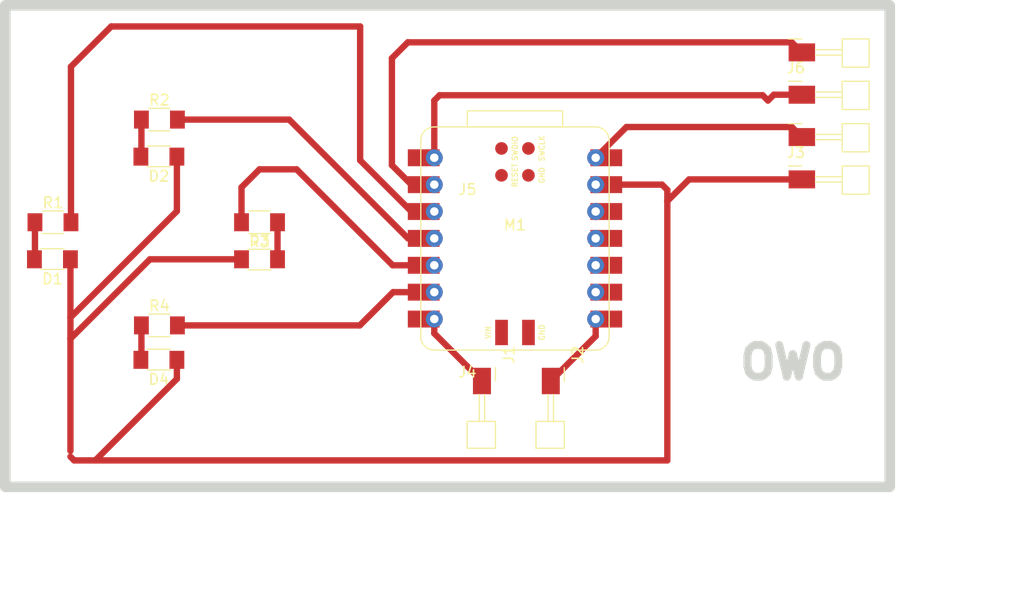
<source format=kicad_pcb>
(kicad_pcb (version 20240108) (generator "pcbnew") (generator_version "8.0")
  (layers (0 "F.Cu" signal) (31 "B.Cu" signal) (34 "B.Paste" user) (35 "F.Paste" user) (36 "B.SilkS" user "B.Silkscreen") (37 "F.SilkS" user "F.Silkscreen") (38 "B.Mask" user) (39 "F.Mask" user) (44 "Edge.Cuts" user))
  (net 0 "")
  (net 1 "Net-(D1-A)")
  (net 2 "Net-(D1-K)")
  (net 9 "Net-(M1-D2)")
  (net 12 "Net-(D2-A)")
  (net 13 "Net-(M1-D3)")
  (net 14 "Net-(D3-A)")
  (net 15 "Net-(M1-D4)")
  (net 16 "Net-(D4-A)")
  (net 17 "Net-(M1-D5)")
  (net 18 "Net-(J1-Pin_1)")
  (net 19 "Net-(J2-Pin_1)")
  (net 22 "Net-(J4-Pin_1)")
  (net 23 "Net-(J5-Pin_1)")
  (net 24 "Net-(J6-Pin_1)")
  (footprint "fab:SeeedStudio_XIAO_RP2040" (layer "F.Cu") (at 156.115 93.025)
    (property "Reference" "M1" (at 0 -1.27 0) (layer "F.SilkS"))
    (property "Value" "Module_XIAO-RP2040")
    (fp_line (start -8.8875 9.281) (end -8.8875 -9.261) (stroke (width 0.12)) (layer "F.SilkS"))
    (fp_line (start -7.6175 -10.531) (end 7.6225 -10.531) (stroke (width 0.12)) (layer "F.SilkS"))
    (fp_line (start 7.6225 10.551) (end -7.6175 10.551) (stroke (width 0.12)) (layer "F.SilkS"))
    (fp_line (start 8.8925 -9.261) (end 8.8925 9.281) (stroke (width 0.12)) (layer "F.SilkS"))
    (fp_rect (start -4.4975 -10.531) (end 4.5025 -12.055) (stroke (width 0.12)) (fill none) (layer "F.SilkS"))
    (fp_arc (start -8.8875 -9.261) (mid -8.515526 -10.159026) (end -7.6175 -10.531) (stroke (width 0.12)) (layer "F.SilkS"))
    (fp_arc (start -7.6175 10.551) (mid -8.515526 10.179026) (end -8.8875 9.281) (stroke (width 0.12)) (layer "F.SilkS"))
    (fp_arc (start 7.6225 -10.531) (mid 8.520526 -10.159026) (end 8.8925 -9.261) (stroke (width 0.12)) (layer "F.SilkS"))
    (fp_arc (start 8.8925 9.281) (mid 8.520526 10.179026) (end 7.6225 10.551) (stroke (width 0.12)) (layer "F.SilkS"))
    (fp_text user "VIN" (at -2.535 8.89 90) (layer "F.SilkS") (effects (font (size 0.5 0.5) (thickness 0.1) (bold yes))))
    (fp_text user "RESET" (at 0 -5.96 90) (layer "F.SilkS") (effects (font (size 0.5 0.5) (thickness 0.1) (bold yes))))
    (fp_text user "GND" (at 2.54 -5.96 90) (layer "F.SilkS") (effects (font (size 0.5 0.5) (thickness 0.1) (bold yes))))
    (fp_text user "SWCLK" (at 2.54 -8.5 90) (layer "F.SilkS") (effects (font (size 0.5 0.5) (thickness 0.1) (bold yes))))
    (fp_text user "GND" (at 2.545 8.89 90) (layer "F.SilkS") (effects (font (size 0.5 0.5) (thickness 0.1) (bold yes))))
    (fp_text user "SWDIO" (at 0 -8.5 90) (layer "F.SilkS") (effects (font (size 0.5 0.5) (thickness 0.1) (bold yes))))
    (pad "1" thru_hole circle (at -7.615 -7.62) (size 1.6 1.6) (drill 0.8) (layers "*.Cu" "*.Mask") (net 24 "Net-(J6-Pin_1)"))
    (pad "1" smd rect (at -7.615 -7.62) (size 3 1.6) (drill (offset -1 0)) (layers "F.Cu" "F.Paste" "F.Mask") (net 24 "Net-(J6-Pin_1)"))
    (pad "2" thru_hole circle (at -7.615 -5.08) (size 1.6 1.6) (drill 0.8) (layers "*.Cu" "*.Mask") (net 23 "Net-(J5-Pin_1)"))
    (pad "2" smd rect (at -7.615 -5.08) (size 3 1.6) (drill (offset -1 0)) (layers "F.Cu" "F.Paste" "F.Mask") (net 23 "Net-(J5-Pin_1)"))
    (pad "3" thru_hole circle (at -7.615 -2.54) (size 1.6 1.6) (drill 0.8) (layers "*.Cu" "*.Mask") (net 9 "Net-(M1-D2)"))
    (pad "3" smd rect (at -7.615 -2.54) (size 3 1.6) (drill (offset -1 0)) (layers "F.Cu" "F.Paste" "F.Mask") (net 9 "Net-(M1-D2)"))
    (pad "4" thru_hole circle (at -7.615 0) (size 1.6 1.6) (drill 0.8) (layers "*.Cu" "*.Mask") (net 13 "Net-(M1-D3)"))
    (pad "4" smd rect (at -7.615 0) (size 3 1.6) (drill (offset -1 0)) (layers "F.Cu" "F.Paste" "F.Mask") (net 13 "Net-(M1-D3)"))
    (pad "5" thru_hole circle (at -7.615 2.54) (size 1.6 1.6) (drill 0.8) (layers "*.Cu" "*.Mask") (net 15 "Net-(M1-D4)"))
    (pad "5" smd rect (at -7.615 2.54) (size 3 1.6) (drill (offset -1 0)) (layers "F.Cu" "F.Paste" "F.Mask") (net 15 "Net-(M1-D4)"))
    (pad "6" thru_hole circle (at -7.615 5.08) (size 1.6 1.6) (drill 0.8) (layers "*.Cu" "*.Mask") (net 17 "Net-(M1-D5)"))
    (pad "6" smd rect (at -7.615 5.08) (size 3 1.6) (drill (offset -1 0)) (layers "F.Cu" "F.Paste" "F.Mask") (net 17 "Net-(M1-D5)"))
    (pad "7" thru_hole circle (at -7.615 7.62) (size 1.6 1.6) (drill 0.8) (layers "*.Cu" "*.Mask") (net 18 "Net-(J1-Pin_1)"))
    (pad "7" smd rect (at -7.615 7.62) (size 3 1.6) (drill (offset -1 0)) (layers "F.Cu" "F.Paste" "F.Mask") (net 18 "Net-(J1-Pin_1)"))
    (pad "8" thru_hole circle (at 7.62 7.62) (size 1.6 1.6) (drill 0.8) (layers "*.Cu" "*.Mask") (net 19 "Net-(J2-Pin_1)"))
    (pad "8" smd rect (at 7.62 7.62) (size 3 1.6) (drill (offset 1 0)) (layers "F.Cu" "F.Paste" "F.Mask") (net 19 "Net-(J2-Pin_1)"))
    (pad "9" thru_hole circle (at 7.62 5.08) (size 1.6 1.6) (drill 0.8) (layers "*.Cu" "*.Mask"))
    (pad "9" smd rect (at 7.62 5.08) (size 3 1.6) (drill (offset 1 0)) (layers "F.Cu" "F.Paste" "F.Mask"))
    (pad "10" thru_hole circle (at 7.62 2.54) (size 1.6 1.6) (drill 0.8) (layers "*.Cu" "*.Mask"))
    (pad "10" smd rect (at 7.62 2.54) (size 3 1.6) (drill (offset 1 0)) (layers "F.Cu" "F.Paste" "F.Mask"))
    (pad "11" thru_hole circle (at 7.62 0) (size 1.6 1.6) (drill 0.8) (layers "*.Cu" "*.Mask"))
    (pad "11" smd rect (at 7.62 0) (size 3 1.6) (drill (offset 1 0)) (layers "F.Cu" "F.Paste" "F.Mask"))
    (pad "12" thru_hole circle (at 7.62 -2.54) (size 1.6 1.6) (drill 0.8) (layers "*.Cu" "*.Mask"))
    (pad "12" smd rect (at 7.62 -2.54) (size 3 1.6) (drill (offset 1 0)) (layers "F.Cu" "F.Paste" "F.Mask"))
    (pad "13" thru_hole circle (at 7.62 -5.08) (size 1.6 1.6) (drill 0.8) (layers "*.Cu" "*.Mask") (net 2 "Net-(D1-K)"))
    (pad "13" smd rect (at 7.62 -5.08) (size 3 1.6) (drill (offset 1 0)) (layers "F.Cu" "F.Paste" "F.Mask") (net 2 "Net-(D1-K)"))
    (pad "14" thru_hole circle (at 7.62 -7.62) (size 1.6 1.6) (drill 0.8) (layers "*.Cu" "*.Mask") (net 22 "Net-(J4-Pin_1)"))
    (pad "14" smd rect (at 7.62 -7.62) (size 3 1.6) (drill (offset 1 0)) (layers "F.Cu" "F.Paste" "F.Mask") (net 22 "Net-(J4-Pin_1)"))
    (pad "15" smd rect (at 1.275 8.89 270) (size 2.4 1.2) (layers "F.Cu" "F.Paste" "F.Mask"))
    (pad "16" smd rect (at -1.265 8.89 270) (size 2.4 1.2) (layers "F.Cu" "F.Paste" "F.Mask"))
    (pad "17" smd circle (at -1.27 -8.5) (size 1.2 1.2) (layers "F.Cu" "F.Paste" "F.Mask"))
    (pad "18" smd circle (at -1.27 -5.96) (size 1.2 1.2) (layers "F.Cu" "F.Paste" "F.Mask"))
    (pad "19" smd circle (at 1.27 -5.96) (size 1.2 1.2) (layers "F.Cu" "F.Paste" "F.Mask"))
    (pad "20" smd circle (at 1.27 -8.5) (size 1.2 1.2) (layers "F.Cu" "F.Paste" "F.Mask"))
  )
  (footprint "fab:PinHeader_1x01_P2.54mm_Horizontal_SMD" (layer "F.Cu") (at 183.2 79.45)
    (property "Reference" "J6" (at -1.524 -2.54 180) (layer "F.SilkS") (effects (justify left)))
    (property "Value" "Conn_PinHeader_1x01_P2.54mm_Horizontal_SMD")
    (fp_line (start -1.27 -1.27) (end 0 -1.27) (stroke (width 0.12)) (layer "F.SilkS"))
    (fp_line (start 3.81 -1.27) (end 6.35 -1.27) (stroke (width 0.12)) (layer "F.SilkS"))
    (fp_line (start 3.81 -0.254) (end 1.27 -0.254) (stroke (width 0.12)) (layer "F.SilkS"))
    (fp_line (start 3.81 0.254) (end 1.27 0.254) (stroke (width 0.12)) (layer "F.SilkS"))
    (fp_line (start 3.81 1.397) (end 3.81 -1.27) (stroke (width 0.12)) (layer "F.SilkS"))
    (fp_line (start 6.35 -1.27) (end 6.35 1.397) (stroke (width 0.12)) (layer "F.SilkS"))
    (fp_line (start 6.35 1.397) (end 3.81 1.397) (stroke (width 0.12)) (layer "F.SilkS"))
    (pad "1" smd rect (at 0 0) (size 2.5 1.7) (layers "F.Cu" "F.Paste" "F.Mask") (net 24 "Net-(J6-Pin_1)"))
  )
  (footprint "fab:LED_1206" (layer "F.Cu") (at 132 95)
    (property "Reference" "D3" (at 0 -1.85 0) (layer "F.SilkS"))
    (property "Value" "LED_1206")
    (fp_line (start -1.1 -0.95) (end 1.1 -0.95) (stroke (width 0.12)) (layer "F.SilkS"))
    (fp_line (start -1.1 1) (end 1.1 1) (stroke (width 0.12)) (layer "F.SilkS"))
    (pad "1" smd rect (at -1.7 0) (size 1.4 1.7) (layers "F.Cu" "F.Paste" "F.Mask") (net 2 "Net-(D1-K)"))
    (pad "2" smd rect (at 1.7 0) (size 1.4 1.7) (layers "F.Cu" "F.Paste" "F.Mask") (net 14 "Net-(D3-A)"))
  )
  (footprint "fab:R_1206" (layer "F.Cu") (at 132 91.5 180)
    (property "Reference" "R3" (at 0 -1.85 180) (layer "F.SilkS"))
    (property "Value" "R_1206")
    (fp_line (start 1 1.07) (end -1 1.07) (stroke (width 0.12)) (layer "F.SilkS"))
    (fp_line (start -1 -1.07) (end 1 -1.07) (stroke (width 0.12)) (layer "F.SilkS"))
    (pad "1" smd rect (at -1.7 0 180) (size 1.4 1.7) (layers "F.Cu" "F.Paste" "F.Mask") (net 14 "Net-(D3-A)"))
    (pad "2" smd rect (at 1.7 0 180) (size 1.4 1.7) (layers "F.Cu" "F.Paste" "F.Mask") (net 15 "Net-(M1-D4)"))
  )
  (footprint "fab:R_1206" (layer "F.Cu") (at 122.55 81.8)
    (property "Reference" "R2" (at 0 -1.85 0) (layer "F.SilkS"))
    (property "Value" "R_1206")
    (fp_line (start -1 -1.07) (end 1 -1.07) (stroke (width 0.12)) (layer "F.SilkS"))
    (fp_line (start 1 1.07) (end -1 1.07) (stroke (width 0.12)) (layer "F.SilkS"))
    (pad "1" smd rect (at -1.7 0) (size 1.4 1.7) (layers "F.Cu" "F.Paste" "F.Mask") (net 12 "Net-(D2-A)"))
    (pad "2" smd rect (at 1.7 0) (size 1.4 1.7) (layers "F.Cu" "F.Paste" "F.Mask") (net 13 "Net-(M1-D3)"))
  )
  (footprint "fab:LED_1206" (layer "F.Cu") (at 112.45 95 180)
    (property "Reference" "D1" (at 0 -1.85 180) (layer "F.SilkS"))
    (property "Value" "LED_1206")
    (fp_line (start -1.1 1) (end 1.1 1) (stroke (width 0.12)) (layer "F.SilkS"))
    (fp_line (start -1.1 -0.95) (end 1.1 -0.95) (stroke (width 0.12)) (layer "F.SilkS"))
    (pad "1" smd rect (at -1.7 0 180) (size 1.4 1.7) (layers "F.Cu" "F.Paste" "F.Mask") (net 2 "Net-(D1-K)"))
    (pad "2" smd rect (at 1.7 0 180) (size 1.4 1.7) (layers "F.Cu" "F.Paste" "F.Mask") (net 1 "Net-(D1-A)"))
  )
  (footprint "fab:LED_1206" (layer "F.Cu") (at 122.5 104.5 180)
    (property "Reference" "D4" (at 0 -1.85 180) (layer "F.SilkS"))
    (property "Value" "LED_1206")
    (fp_line (start -1.1 1) (end 1.1 1) (stroke (width 0.12)) (layer "F.SilkS"))
    (fp_line (start -1.1 -0.95) (end 1.1 -0.95) (stroke (width 0.12)) (layer "F.SilkS"))
    (pad "1" smd rect (at -1.7 0 180) (size 1.4 1.7) (layers "F.Cu" "F.Paste" "F.Mask") (net 2 "Net-(D1-K)"))
    (pad "2" smd rect (at 1.7 0 180) (size 1.4 1.7) (layers "F.Cu" "F.Paste" "F.Mask") (net 16 "Net-(D4-A)"))
  )
  (footprint "fab:R_1206" (layer "F.Cu") (at 122.55 101.245)
    (property "Reference" "R4" (at 0 -1.85 0) (layer "F.SilkS"))
    (property "Value" "R_1206")
    (fp_line (start -1 -1.07) (end 1 -1.07) (stroke (width 0.12)) (layer "F.SilkS"))
    (fp_line (start 1 1.07) (end -1 1.07) (stroke (width 0.12)) (layer "F.SilkS"))
    (pad "1" smd rect (at -1.7 0) (size 1.4 1.7) (layers "F.Cu" "F.Paste" "F.Mask") (net 16 "Net-(D4-A)"))
    (pad "2" smd rect (at 1.7 0) (size 1.4 1.7) (layers "F.Cu" "F.Paste" "F.Mask") (net 17 "Net-(M1-D5)"))
  )
  (footprint "fab:PinHeader_1x01_P2.54mm_Horizontal_SMD" (layer "F.Cu") (at 183.2 87.45)
    (property "Reference" "J3" (at -1.524 -2.54 180) (layer "F.SilkS") (effects (justify left)))
    (property "Value" "Conn_PinHeader_1x01_P2.54mm_Horizontal_SMD")
    (fp_line (start -1.27 -1.27) (end 0 -1.27) (stroke (width 0.12)) (layer "F.SilkS"))
    (fp_line (start 3.81 -1.27) (end 6.35 -1.27) (stroke (width 0.12)) (layer "F.SilkS"))
    (fp_line (start 3.81 -0.254) (end 1.27 -0.254) (stroke (width 0.12)) (layer "F.SilkS"))
    (fp_line (start 3.81 0.254) (end 1.27 0.254) (stroke (width 0.12)) (layer "F.SilkS"))
    (fp_line (start 3.81 1.397) (end 3.81 -1.27) (stroke (width 0.12)) (layer "F.SilkS"))
    (fp_line (start 6.35 -1.27) (end 6.35 1.397) (stroke (width 0.12)) (layer "F.SilkS"))
    (fp_line (start 6.35 1.397) (end 3.81 1.397) (stroke (width 0.12)) (layer "F.SilkS"))
    (pad "1" smd rect (at 0 0) (size 2.5 1.7) (layers "F.Cu" "F.Paste" "F.Mask") (net 2 "Net-(D1-K)"))
  )
  (footprint "fab:PinHeader_1x01_P2.54mm_Horizontal_SMD" (layer "F.Cu") (at 159.5 106.5 -90)
    (property "Reference" "J2" (at -1.524 -2.54 90) (layer "F.SilkS") (effects (justify left)))
    (property "Value" "Conn_PinHeader_1x01_P2.54mm_Horizontal_SMD")
    (fp_line (start 3.81 1.397) (end 3.81 -1.27) (stroke (width 0.12)) (layer "F.SilkS"))
    (fp_line (start 6.35 1.397) (end 3.81 1.397) (stroke (width 0.12)) (layer "F.SilkS"))
    (fp_line (start 3.81 0.254) (end 1.27 0.254) (stroke (width 0.12)) (layer "F.SilkS"))
    (fp_line (start 3.81 -0.254) (end 1.27 -0.254) (stroke (width 0.12)) (layer "F.SilkS"))
    (fp_line (start -1.27 -1.27) (end 0 -1.27) (stroke (width 0.12)) (layer "F.SilkS"))
    (fp_line (start 3.81 -1.27) (end 6.35 -1.27) (stroke (width 0.12)) (layer "F.SilkS"))
    (fp_line (start 6.35 -1.27) (end 6.35 1.397) (stroke (width 0.12)) (layer "F.SilkS"))
    (pad "1" smd rect (at 0 0 270) (size 2.5 1.7) (layers "F.Cu" "F.Paste" "F.Mask") (net 19 "Net-(J2-Pin_1)"))
  )
  (footprint "fab:R_1206" (layer "F.Cu") (at 112.5 91.5)
    (property "Reference" "R1" (at 0 -1.85 0) (layer "F.SilkS"))
    (property "Value" "R_1206")
    (fp_line (start -1 -1.07) (end 1 -1.07) (stroke (width 0.12)) (layer "F.SilkS"))
    (fp_line (start 1 1.07) (end -1 1.07) (stroke (width 0.12)) (layer "F.SilkS"))
    (pad "1" smd rect (at -1.7 0) (size 1.4 1.7) (layers "F.Cu" "F.Paste" "F.Mask") (net 1 "Net-(D1-A)"))
    (pad "2" smd rect (at 1.7 0) (size 1.4 1.7) (layers "F.Cu" "F.Paste" "F.Mask") (net 9 "Net-(M1-D2)"))
  )
  (footprint "fab:PinHeader_1x01_P2.54mm_Horizontal_SMD" (layer "F.Cu") (at 183.2 75.45)
    (property "Reference" "J5" (at -32.524 12.96 180) (layer "F.SilkS") (effects (justify left)))
    (property "Value" "Conn_PinHeader_1x01_P2.54mm_Horizontal_SMD")
    (fp_line (start -1.27 -1.27) (end 0 -1.27) (stroke (width 0.12)) (layer "F.SilkS"))
    (fp_line (start 3.81 -1.27) (end 6.35 -1.27) (stroke (width 0.12)) (layer "F.SilkS"))
    (fp_line (start 3.81 -0.254) (end 1.27 -0.254) (stroke (width 0.12)) (layer "F.SilkS"))
    (fp_line (start 3.81 0.254) (end 1.27 0.254) (stroke (width 0.12)) (layer "F.SilkS"))
    (fp_line (start 3.81 1.397) (end 3.81 -1.27) (stroke (width 0.12)) (layer "F.SilkS"))
    (fp_line (start 6.35 -1.27) (end 6.35 1.397) (stroke (width 0.12)) (layer "F.SilkS"))
    (fp_line (start 6.35 1.397) (end 3.81 1.397) (stroke (width 0.12)) (layer "F.SilkS"))
    (pad "1" smd rect (at 0 0) (size 2.5 1.7) (layers "F.Cu" "F.Paste" "F.Mask") (net 23 "Net-(J5-Pin_1)"))
  )
  (footprint "fab:PinHeader_1x01_P2.54mm_Horizontal_SMD" (layer "F.Cu") (at 153 106.5 -90)
    (property "Reference" "J1" (at -1.524 -2.54 90) (layer "F.SilkS") (effects (justify left)))
    (property "Value" "Conn_PinHeader_1x01_P2.54mm_Horizontal_SMD")
    (fp_line (start 3.81 1.397) (end 3.81 -1.27) (stroke (width 0.12)) (layer "F.SilkS"))
    (fp_line (start 6.35 1.397) (end 3.81 1.397) (stroke (width 0.12)) (layer "F.SilkS"))
    (fp_line (start 3.81 0.254) (end 1.27 0.254) (stroke (width 0.12)) (layer "F.SilkS"))
    (fp_line (start 3.81 -0.254) (end 1.27 -0.254) (stroke (width 0.12)) (layer "F.SilkS"))
    (fp_line (start -1.27 -1.27) (end 0 -1.27) (stroke (width 0.12)) (layer "F.SilkS"))
    (fp_line (start 3.81 -1.27) (end 6.35 -1.27) (stroke (width 0.12)) (layer "F.SilkS"))
    (fp_line (start 6.35 -1.27) (end 6.35 1.397) (stroke (width 0.12)) (layer "F.SilkS"))
    (pad "1" smd rect (at 0 0 270) (size 2.5 1.7) (layers "F.Cu" "F.Paste" "F.Mask") (net 18 "Net-(J1-Pin_1)"))
  )
  (footprint "fab:LED_1206" (layer "F.Cu") (at 122.5 85.3 180)
    (property "Reference" "D2" (at 0 -1.85 180) (layer "F.SilkS"))
    (property "Value" "LED_1206")
    (fp_line (start -1.1 1) (end 1.1 1) (stroke (width 0.12)) (layer "F.SilkS"))
    (fp_line (start -1.1 -0.95) (end 1.1 -0.95) (stroke (width 0.12)) (layer "F.SilkS"))
    (pad "1" smd rect (at -1.7 0 180) (size 1.4 1.7) (layers "F.Cu" "F.Paste" "F.Mask") (net 2 "Net-(D1-K)"))
    (pad "2" smd rect (at 1.7 0 180) (size 1.4 1.7) (layers "F.Cu" "F.Paste" "F.Mask") (net 12 "Net-(D2-A)"))
  )
  (footprint "fab:PinHeader_1x01_P2.54mm_Horizontal_SMD" (layer "F.Cu") (at 183.2 83.45)
    (property "Reference" "J4" (at -32.524 22.21 180) (layer "F.SilkS") (effects (justify left)))
    (property "Value" "Conn_PinHeader_1x01_P2.54mm_Horizontal_SMD")
    (fp_line (start -1.27 -1.27) (end 0 -1.27) (stroke (width 0.12)) (layer "F.SilkS"))
    (fp_line (start 3.81 -1.27) (end 6.35 -1.27) (stroke (width 0.12)) (layer "F.SilkS"))
    (fp_line (start 3.81 -0.254) (end 1.27 -0.254) (stroke (width 0.12)) (layer "F.SilkS"))
    (fp_line (start 3.81 0.254) (end 1.27 0.254) (stroke (width 0.12)) (layer "F.SilkS"))
    (fp_line (start 3.81 1.397) (end 3.81 -1.27) (stroke (width 0.12)) (layer "F.SilkS"))
    (fp_line (start 6.35 -1.27) (end 6.35 1.397) (stroke (width 0.12)) (layer "F.SilkS"))
    (fp_line (start 6.35 1.397) (end 3.81 1.397) (stroke (width 0.12)) (layer "F.SilkS"))
    (pad "1" smd rect (at 0 0) (size 2.5 1.7) (layers "F.Cu" "F.Paste" "F.Mask") (net 22 "Net-(J4-Pin_1)"))
  )
  (gr_rect (start 108 71) (end 191.5 116.5) (stroke (width 1)) (fill none) (layer "Edge.Cuts"))
  (gr_text "OWO" (at 177 106.5 0) (layer "Edge.Cuts") (effects (font (size 3 3) (thickness 0.75) (bold yes)) (justify left bottom)))
  (segment (start 110.8 91.5) (end 110.8 94.95) (width 0.6) (layer "F.Cu") (net 1))
  (segment (start 110.8 94.95) (end 110.75 95) (width 0.6) (layer "F.Cu") (net 1))
  (segment (start 114.5 114) (end 116.5 114) (width 0.6) (layer "F.Cu") (net 2))
  (segment (start 114.15 113.65) (end 114.5 114) (width 0.6) (layer "F.Cu") (net 2))
  (segment (start 172.55 87.45) (end 170.5 89.5) (width 0.6) (layer "F.Cu") (net 2))
  (segment (start 124.2 85.3) (end 124.2 90.45) (width 0.6) (layer "F.Cu") (net 2))
  (segment (start 114.15 100.5) (end 114.15 102.5) (width 0.6) (layer "F.Cu") (net 2))
  (segment (start 114.15 102.5) (end 114.15 113.1) (width 0.6) (layer "F.Cu") (net 2))
  (segment (start 170 87.945) (end 163.735 87.945) (width 0.6) (layer "F.Cu") (net 2))
  (segment (start 124.2 106.3) (end 116.5 114) (width 0.6) (layer "F.Cu") (net 2))
  (segment (start 121.65 95) (end 114.15 102.5) (width 0.6) (layer "F.Cu") (net 2))
  (segment (start 114.15 94.45) (end 114.15 100.5) (width 0.6) (layer "F.Cu") (net 2))
  (segment (start 170.5 88.445) (end 170 87.945) (width 0.6) (layer "F.Cu") (net 2))
  (segment (start 124.2 104.5) (end 124.2 106.3) (width 0.6) (layer "F.Cu") (net 2))
  (segment (start 170.5 89.5) (end 170.5 88.445) (width 0.6) (layer "F.Cu") (net 2))
  (segment (start 116.5 114) (end 170.5 114) (width 0.6) (layer "F.Cu") (net 2))
  (segment (start 124.2 90.45) (end 114.15 100.5) (width 0.6) (layer "F.Cu") (net 2))
  (segment (start 183.2 87.45) (end 183.15 87.5) (width 0.6) (layer "F.Cu") (net 2))
  (segment (start 183.2 87.45) (end 172.55 87.45) (width 0.6) (layer "F.Cu") (net 2))
  (segment (start 170.5 114) (end 170.5 89.5) (width 0.6) (layer "F.Cu") (net 2))
  (segment (start 130.3 95) (end 121.65 95) (width 0.6) (layer "F.Cu") (net 2))
  (segment (start 141.5 73) (end 118 73) (width 0.6) (layer "F.Cu") (net 9))
  (segment (start 146.34 90.485) (end 141.5 85.645) (width 0.6) (layer "F.Cu") (net 9))
  (segment (start 114.2 76.8) (end 114.2 91.5) (width 0.6) (layer "F.Cu") (net 9))
  (segment (start 118 73) (end 114.2 76.8) (width 0.6) (layer "F.Cu") (net 9))
  (segment (start 141.5 85.645) (end 141.5 73) (width 0.6) (layer "F.Cu") (net 9))
  (segment (start 148.5 90.485) (end 146.34 90.485) (width 0.6) (layer "F.Cu") (net 9))
  (segment (start 120.85 85.25) (end 120.8 85.3) (width 0.6) (layer "F.Cu") (net 12))
  (segment (start 120.85 81.8) (end 120.85 85.25) (width 0.6) (layer "F.Cu") (net 12))
  (segment (start 146.025 93.025) (end 134.8 81.8) (width 0.6) (layer "F.Cu") (net 13))
  (segment (start 134.8 81.8) (end 124.25 81.8) (width 0.6) (layer "F.Cu") (net 13))
  (segment (start 148.5 93.025) (end 146.025 93.025) (width 0.6) (layer "F.Cu") (net 13))
  (segment (start 133.7 91.7) (end 134 92) (width 0.6) (layer "F.Cu") (net 14))
  (segment (start 133.7 91.5) (end 133.7 91.7) (width 0.6) (layer "F.Cu") (net 14))
  (segment (start 133.7 91.5) (end 133.7 95) (width 0.6) (layer "F.Cu") (net 14))
  (segment (start 148.5 95.565) (end 144.565 95.565) (width 0.6) (layer "F.Cu") (net 15))
  (segment (start 132 86.5) (end 130.3 88.2) (width 0.6) (layer "F.Cu") (net 15))
  (segment (start 144.565 95.565) (end 135.5 86.5) (width 0.6) (layer "F.Cu") (net 15))
  (segment (start 130.3 88.2) (end 130.3 91.5) (width 0.6) (layer "F.Cu") (net 15))
  (segment (start 135.5 86.5) (end 132 86.5) (width 0.6) (layer "F.Cu") (net 15))
  (segment (start 120.85 104.45) (end 120.8 104.5) (width 0.6) (layer "F.Cu") (net 16))
  (segment (start 120.85 101.245) (end 120.85 104.45) (width 0.6) (layer "F.Cu") (net 16))
  (segment (start 148.5 98.105) (end 144.605 98.105) (width 0.6) (layer "F.Cu") (net 17))
  (segment (start 144.605 98.105) (end 141.465 101.245) (width 0.6) (layer "F.Cu") (net 17))
  (segment (start 141.465 101.245) (end 124.25 101.245) (width 0.6) (layer "F.Cu") (net 17))
  (segment (start 148.5 102) (end 153 106.5) (width 0.6) (layer "F.Cu") (net 18))
  (segment (start 148.5 100.645) (end 148.5 102) (width 0.6) (layer "F.Cu") (net 18))
  (segment (start 163.735 102.265) (end 159.5 106.5) (width 0.6) (layer "F.Cu") (net 19))
  (segment (start 163.735 100.645) (end 163.735 102.265) (width 0.6) (layer "F.Cu") (net 19))
  (segment (start 163.735 85.405) (end 166.64 82.5) (width 0.6) (layer "F.Cu") (net 22))
  (segment (start 182.25 82.5) (end 183.2 83.45) (width 0.6) (layer "F.Cu") (net 22))
  (segment (start 166.64 82.5) (end 182.25 82.5) (width 0.6) (layer "F.Cu") (net 22))
  (segment (start 144.5 76) (end 146 74.5) (width 0.6) (layer "F.Cu") (net 23))
  (segment (start 146 74.5) (end 182.25 74.5) (width 0.6) (layer "F.Cu") (net 23))
  (segment (start 148.5 87.945) (end 146.34 87.945) (width 0.6) (layer "F.Cu") (net 23))
  (segment (start 144.5 86.105) (end 144.5 76) (width 0.6) (layer "F.Cu") (net 23))
  (segment (start 182.25 74.5) (end 183.2 75.45) (width 0.6) (layer "F.Cu") (net 23))
  (segment (start 146.34 87.945) (end 144.5 86.105) (width 0.6) (layer "F.Cu") (net 23))
  (segment (start 148.5 80) (end 149 79.5) (width 0.6) (layer "F.Cu") (net 24))
  (segment (start 179.5 79.5) (end 180 80) (width 0.6) (layer "F.Cu") (net 24))
  (segment (start 180.55 79.45) (end 183.2 79.45) (width 0.6) (layer "F.Cu") (net 24))
  (segment (start 148.5 85.405) (end 148.5 80) (width 0.6) (layer "F.Cu") (net 24))
  (segment (start 149 79.5) (end 179.5 79.5) (width 0.6) (layer "F.Cu") (net 24))
  (segment (start 180 80) (end 180.55 79.45) (width 0.6) (layer "F.Cu") (net 24))
)
</source>
